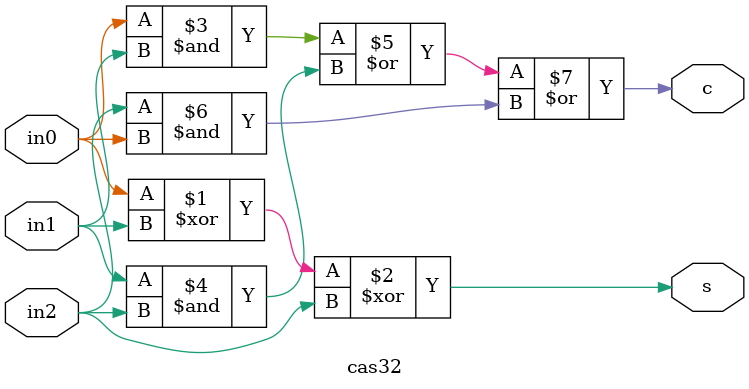
<source format=v>
module cas32 #(parameter DW = 1) (
	input  [DW-1:0] in0, // input 1
	input  [DW-1:0] in1, // input 2
	input  [DW-1:0] in2, // input 3
	output [DW-1:0] s  , // sum
	output [DW-1:0] c    // carry
);

	assign s = in0 ^ in1 ^ in2;
	assign c = (in0 & in1) | (in1 & in2) | (in2 & in0);

endmodule
</source>
